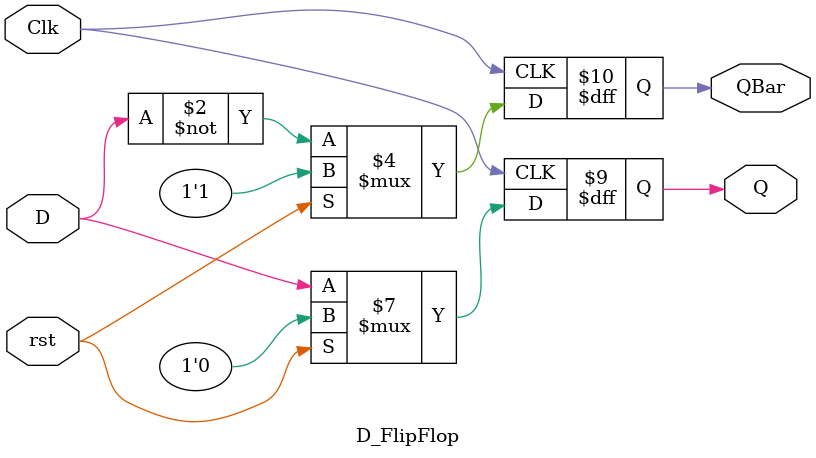
<source format=v>
module D_FlipFlop(D,rst, Clk, Q, QBar);
	input D, Clk, rst;
	
	output Q, QBar;
	
	reg Q,QBar;
	
	always@(posedge Clk)

		if (rst)
			begin
				Q <= 1'b0;
				QBar <= 1'b1;
			end
		
		else
			begin
				Q <= D;
				QBar <= ~D;
			end		
endmodule


</source>
